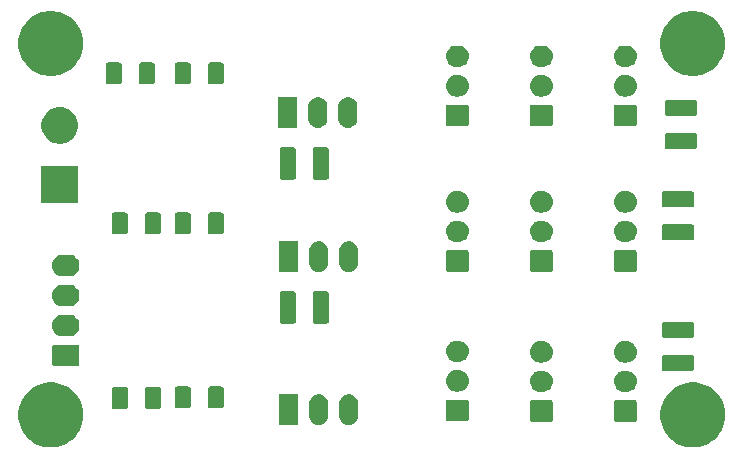
<source format=gbr>
G04 #@! TF.GenerationSoftware,KiCad,Pcbnew,5.1.2-f72e74a~84~ubuntu18.04.1*
G04 #@! TF.CreationDate,2019-07-19T22:50:41+02:00*
G04 #@! TF.ProjectId,Axiface,41786966-6163-4652-9e6b-696361645f70,rev?*
G04 #@! TF.SameCoordinates,Original*
G04 #@! TF.FileFunction,Soldermask,Top*
G04 #@! TF.FilePolarity,Negative*
%FSLAX46Y46*%
G04 Gerber Fmt 4.6, Leading zero omitted, Abs format (unit mm)*
G04 Created by KiCad (PCBNEW 5.1.2-f72e74a~84~ubuntu18.04.1) date 2019-07-19 22:50:41*
%MOMM*%
%LPD*%
G04 APERTURE LIST*
%ADD10C,0.100000*%
G04 APERTURE END LIST*
D10*
G36*
X146545809Y-129589627D02*
G01*
X146852437Y-129650619D01*
X147353087Y-129857995D01*
X147489932Y-129949432D01*
X147803660Y-130159058D01*
X148186842Y-130542240D01*
X148347222Y-130782267D01*
X148487905Y-130992813D01*
X148695281Y-131493463D01*
X148727771Y-131656802D01*
X148752437Y-131780804D01*
X148801000Y-132024950D01*
X148801000Y-132566850D01*
X148695281Y-133098337D01*
X148487905Y-133598987D01*
X148367316Y-133779461D01*
X148186842Y-134049560D01*
X147803660Y-134432742D01*
X147533561Y-134613216D01*
X147353087Y-134733805D01*
X146852437Y-134941181D01*
X146586694Y-134994040D01*
X146320951Y-135046900D01*
X145779049Y-135046900D01*
X145513306Y-134994040D01*
X145247563Y-134941181D01*
X144746913Y-134733805D01*
X144566439Y-134613216D01*
X144296340Y-134432742D01*
X143913158Y-134049560D01*
X143732684Y-133779461D01*
X143612095Y-133598987D01*
X143404719Y-133098337D01*
X143299000Y-132566850D01*
X143299000Y-132024950D01*
X143347564Y-131780804D01*
X143372229Y-131656802D01*
X143404719Y-131493463D01*
X143612095Y-130992813D01*
X143752778Y-130782267D01*
X143913158Y-130542240D01*
X144296340Y-130159058D01*
X144610068Y-129949432D01*
X144746913Y-129857995D01*
X145247563Y-129650619D01*
X145554191Y-129589627D01*
X145779049Y-129544900D01*
X146320951Y-129544900D01*
X146545809Y-129589627D01*
X146545809Y-129589627D01*
G37*
G36*
X92189809Y-129589627D02*
G01*
X92496437Y-129650619D01*
X92997087Y-129857995D01*
X93133932Y-129949432D01*
X93447660Y-130159058D01*
X93830842Y-130542240D01*
X93991222Y-130782267D01*
X94131905Y-130992813D01*
X94339281Y-131493463D01*
X94371771Y-131656802D01*
X94396437Y-131780804D01*
X94445000Y-132024950D01*
X94445000Y-132566850D01*
X94339281Y-133098337D01*
X94131905Y-133598987D01*
X94011316Y-133779461D01*
X93830842Y-134049560D01*
X93447660Y-134432742D01*
X93177561Y-134613216D01*
X92997087Y-134733805D01*
X92496437Y-134941181D01*
X92230694Y-134994040D01*
X91964951Y-135046900D01*
X91423049Y-135046900D01*
X91157306Y-134994040D01*
X90891563Y-134941181D01*
X90390913Y-134733805D01*
X90210439Y-134613216D01*
X89940340Y-134432742D01*
X89557158Y-134049560D01*
X89376684Y-133779461D01*
X89256095Y-133598987D01*
X89048719Y-133098337D01*
X88943000Y-132566850D01*
X88943000Y-132024950D01*
X88991564Y-131780804D01*
X89016229Y-131656802D01*
X89048719Y-131493463D01*
X89256095Y-130992813D01*
X89396778Y-130782267D01*
X89557158Y-130542240D01*
X89940340Y-130159058D01*
X90254068Y-129949432D01*
X90390913Y-129857995D01*
X90891563Y-129650619D01*
X91198191Y-129589627D01*
X91423049Y-129544900D01*
X91964951Y-129544900D01*
X92189809Y-129589627D01*
X92189809Y-129589627D01*
G37*
G36*
X114533222Y-130561990D02*
G01*
X114633881Y-130592525D01*
X114684212Y-130607792D01*
X114823364Y-130682171D01*
X114945333Y-130782267D01*
X115045429Y-130904235D01*
X115119808Y-131043387D01*
X115123965Y-131057092D01*
X115165610Y-131194377D01*
X115177200Y-131312055D01*
X115177200Y-132390745D01*
X115165610Y-132508423D01*
X115153301Y-132549000D01*
X115119808Y-132659413D01*
X115045429Y-132798565D01*
X114945333Y-132920533D01*
X114823365Y-133020629D01*
X114684213Y-133095008D01*
X114633882Y-133110275D01*
X114533223Y-133140810D01*
X114376200Y-133156275D01*
X114219178Y-133140810D01*
X114118519Y-133110275D01*
X114068188Y-133095008D01*
X113929036Y-133020629D01*
X113807068Y-132920533D01*
X113706972Y-132798565D01*
X113632593Y-132659413D01*
X113599100Y-132549000D01*
X113586791Y-132508423D01*
X113575201Y-132390745D01*
X113575200Y-131312056D01*
X113586790Y-131194378D01*
X113632592Y-131043389D01*
X113632592Y-131043388D01*
X113706971Y-130904236D01*
X113706972Y-130904235D01*
X113807067Y-130782267D01*
X113929035Y-130682171D01*
X114068187Y-130607792D01*
X114118518Y-130592525D01*
X114219177Y-130561990D01*
X114376200Y-130546525D01*
X114533222Y-130561990D01*
X114533222Y-130561990D01*
G37*
G36*
X117073222Y-130561990D02*
G01*
X117173881Y-130592525D01*
X117224212Y-130607792D01*
X117363364Y-130682171D01*
X117485333Y-130782267D01*
X117585429Y-130904235D01*
X117659808Y-131043387D01*
X117663965Y-131057092D01*
X117705610Y-131194377D01*
X117717200Y-131312055D01*
X117717200Y-132390745D01*
X117705610Y-132508423D01*
X117693301Y-132549000D01*
X117659808Y-132659413D01*
X117585429Y-132798565D01*
X117485333Y-132920533D01*
X117363365Y-133020629D01*
X117224213Y-133095008D01*
X117173882Y-133110275D01*
X117073223Y-133140810D01*
X116916200Y-133156275D01*
X116759178Y-133140810D01*
X116658519Y-133110275D01*
X116608188Y-133095008D01*
X116469036Y-133020629D01*
X116347068Y-132920533D01*
X116246972Y-132798565D01*
X116172593Y-132659413D01*
X116139100Y-132549000D01*
X116126791Y-132508423D01*
X116115201Y-132390745D01*
X116115200Y-131312056D01*
X116126790Y-131194378D01*
X116172592Y-131043389D01*
X116172592Y-131043388D01*
X116246971Y-130904236D01*
X116246972Y-130904235D01*
X116347067Y-130782267D01*
X116469035Y-130682171D01*
X116608187Y-130607792D01*
X116658518Y-130592525D01*
X116759177Y-130561990D01*
X116916200Y-130546525D01*
X117073222Y-130561990D01*
X117073222Y-130561990D01*
G37*
G36*
X112637200Y-133152400D02*
G01*
X111035200Y-133152400D01*
X111035200Y-130550400D01*
X112637200Y-130550400D01*
X112637200Y-133152400D01*
X112637200Y-133152400D01*
G37*
G36*
X141168600Y-131055989D02*
G01*
X141201652Y-131066015D01*
X141232103Y-131082292D01*
X141258799Y-131104201D01*
X141280708Y-131130897D01*
X141296985Y-131161348D01*
X141307011Y-131194400D01*
X141311000Y-131234903D01*
X141311000Y-132671097D01*
X141307011Y-132711600D01*
X141296985Y-132744652D01*
X141280708Y-132775103D01*
X141258799Y-132801799D01*
X141232103Y-132823708D01*
X141201652Y-132839985D01*
X141168600Y-132850011D01*
X141128097Y-132854000D01*
X139541903Y-132854000D01*
X139501400Y-132850011D01*
X139468348Y-132839985D01*
X139437897Y-132823708D01*
X139411201Y-132801799D01*
X139389292Y-132775103D01*
X139373015Y-132744652D01*
X139362989Y-132711600D01*
X139359000Y-132671097D01*
X139359000Y-131234903D01*
X139362989Y-131194400D01*
X139373015Y-131161348D01*
X139389292Y-131130897D01*
X139411201Y-131104201D01*
X139437897Y-131082292D01*
X139468348Y-131066015D01*
X139501400Y-131055989D01*
X139541903Y-131052000D01*
X141128097Y-131052000D01*
X141168600Y-131055989D01*
X141168600Y-131055989D01*
G37*
G36*
X134056600Y-131055989D02*
G01*
X134089652Y-131066015D01*
X134120103Y-131082292D01*
X134146799Y-131104201D01*
X134168708Y-131130897D01*
X134184985Y-131161348D01*
X134195011Y-131194400D01*
X134199000Y-131234903D01*
X134199000Y-132671097D01*
X134195011Y-132711600D01*
X134184985Y-132744652D01*
X134168708Y-132775103D01*
X134146799Y-132801799D01*
X134120103Y-132823708D01*
X134089652Y-132839985D01*
X134056600Y-132850011D01*
X134016097Y-132854000D01*
X132429903Y-132854000D01*
X132389400Y-132850011D01*
X132356348Y-132839985D01*
X132325897Y-132823708D01*
X132299201Y-132801799D01*
X132277292Y-132775103D01*
X132261015Y-132744652D01*
X132250989Y-132711600D01*
X132247000Y-132671097D01*
X132247000Y-131234903D01*
X132250989Y-131194400D01*
X132261015Y-131161348D01*
X132277292Y-131130897D01*
X132299201Y-131104201D01*
X132325897Y-131082292D01*
X132356348Y-131066015D01*
X132389400Y-131055989D01*
X132429903Y-131052000D01*
X134016097Y-131052000D01*
X134056600Y-131055989D01*
X134056600Y-131055989D01*
G37*
G36*
X126944600Y-131015989D02*
G01*
X126977652Y-131026015D01*
X127008103Y-131042292D01*
X127034799Y-131064201D01*
X127056708Y-131090897D01*
X127072985Y-131121348D01*
X127083011Y-131154400D01*
X127087000Y-131194903D01*
X127087000Y-132631097D01*
X127083011Y-132671600D01*
X127072985Y-132704652D01*
X127056708Y-132735103D01*
X127034799Y-132761799D01*
X127008103Y-132783708D01*
X126977652Y-132799985D01*
X126944600Y-132810011D01*
X126904097Y-132814000D01*
X125317903Y-132814000D01*
X125277400Y-132810011D01*
X125244348Y-132799985D01*
X125213897Y-132783708D01*
X125187201Y-132761799D01*
X125165292Y-132735103D01*
X125149015Y-132704652D01*
X125138989Y-132671600D01*
X125135000Y-132631097D01*
X125135000Y-131194903D01*
X125138989Y-131154400D01*
X125149015Y-131121348D01*
X125165292Y-131090897D01*
X125187201Y-131064201D01*
X125213897Y-131042292D01*
X125244348Y-131026015D01*
X125277400Y-131015989D01*
X125317903Y-131012000D01*
X126904097Y-131012000D01*
X126944600Y-131015989D01*
X126944600Y-131015989D01*
G37*
G36*
X100854604Y-129938347D02*
G01*
X100891144Y-129949432D01*
X100924821Y-129967433D01*
X100954341Y-129991659D01*
X100978567Y-130021179D01*
X100996568Y-130054856D01*
X101007653Y-130091396D01*
X101012000Y-130135538D01*
X101012000Y-131584462D01*
X101007653Y-131628604D01*
X100996568Y-131665144D01*
X100978567Y-131698821D01*
X100954341Y-131728341D01*
X100924821Y-131752567D01*
X100891144Y-131770568D01*
X100854604Y-131781653D01*
X100810462Y-131786000D01*
X99861538Y-131786000D01*
X99817396Y-131781653D01*
X99780856Y-131770568D01*
X99747179Y-131752567D01*
X99717659Y-131728341D01*
X99693433Y-131698821D01*
X99675432Y-131665144D01*
X99664347Y-131628604D01*
X99660000Y-131584462D01*
X99660000Y-130135538D01*
X99664347Y-130091396D01*
X99675432Y-130054856D01*
X99693433Y-130021179D01*
X99717659Y-129991659D01*
X99747179Y-129967433D01*
X99780856Y-129949432D01*
X99817396Y-129938347D01*
X99861538Y-129934000D01*
X100810462Y-129934000D01*
X100854604Y-129938347D01*
X100854604Y-129938347D01*
G37*
G36*
X98054604Y-129938347D02*
G01*
X98091144Y-129949432D01*
X98124821Y-129967433D01*
X98154341Y-129991659D01*
X98178567Y-130021179D01*
X98196568Y-130054856D01*
X98207653Y-130091396D01*
X98212000Y-130135538D01*
X98212000Y-131584462D01*
X98207653Y-131628604D01*
X98196568Y-131665144D01*
X98178567Y-131698821D01*
X98154341Y-131728341D01*
X98124821Y-131752567D01*
X98091144Y-131770568D01*
X98054604Y-131781653D01*
X98010462Y-131786000D01*
X97061538Y-131786000D01*
X97017396Y-131781653D01*
X96980856Y-131770568D01*
X96947179Y-131752567D01*
X96917659Y-131728341D01*
X96893433Y-131698821D01*
X96875432Y-131665144D01*
X96864347Y-131628604D01*
X96860000Y-131584462D01*
X96860000Y-130135538D01*
X96864347Y-130091396D01*
X96875432Y-130054856D01*
X96893433Y-130021179D01*
X96917659Y-129991659D01*
X96947179Y-129967433D01*
X96980856Y-129949432D01*
X97017396Y-129938347D01*
X97061538Y-129934000D01*
X98010462Y-129934000D01*
X98054604Y-129938347D01*
X98054604Y-129938347D01*
G37*
G36*
X103388604Y-129888347D02*
G01*
X103425144Y-129899432D01*
X103458821Y-129917433D01*
X103488341Y-129941659D01*
X103512567Y-129971179D01*
X103530568Y-130004856D01*
X103541653Y-130041396D01*
X103546000Y-130085538D01*
X103546000Y-131534462D01*
X103541653Y-131578604D01*
X103530568Y-131615144D01*
X103512567Y-131648821D01*
X103488341Y-131678341D01*
X103458821Y-131702567D01*
X103425144Y-131720568D01*
X103388604Y-131731653D01*
X103344462Y-131736000D01*
X102395538Y-131736000D01*
X102351396Y-131731653D01*
X102314856Y-131720568D01*
X102281179Y-131702567D01*
X102251659Y-131678341D01*
X102227433Y-131648821D01*
X102209432Y-131615144D01*
X102198347Y-131578604D01*
X102194000Y-131534462D01*
X102194000Y-130085538D01*
X102198347Y-130041396D01*
X102209432Y-130004856D01*
X102227433Y-129971179D01*
X102251659Y-129941659D01*
X102281179Y-129917433D01*
X102314856Y-129899432D01*
X102351396Y-129888347D01*
X102395538Y-129884000D01*
X103344462Y-129884000D01*
X103388604Y-129888347D01*
X103388604Y-129888347D01*
G37*
G36*
X106188604Y-129888347D02*
G01*
X106225144Y-129899432D01*
X106258821Y-129917433D01*
X106288341Y-129941659D01*
X106312567Y-129971179D01*
X106330568Y-130004856D01*
X106341653Y-130041396D01*
X106346000Y-130085538D01*
X106346000Y-131534462D01*
X106341653Y-131578604D01*
X106330568Y-131615144D01*
X106312567Y-131648821D01*
X106288341Y-131678341D01*
X106258821Y-131702567D01*
X106225144Y-131720568D01*
X106188604Y-131731653D01*
X106144462Y-131736000D01*
X105195538Y-131736000D01*
X105151396Y-131731653D01*
X105114856Y-131720568D01*
X105081179Y-131702567D01*
X105051659Y-131678341D01*
X105027433Y-131648821D01*
X105009432Y-131615144D01*
X104998347Y-131578604D01*
X104994000Y-131534462D01*
X104994000Y-130085538D01*
X104998347Y-130041396D01*
X105009432Y-130004856D01*
X105027433Y-129971179D01*
X105051659Y-129941659D01*
X105081179Y-129917433D01*
X105114856Y-129899432D01*
X105151396Y-129888347D01*
X105195538Y-129884000D01*
X106144462Y-129884000D01*
X106188604Y-129888347D01*
X106188604Y-129888347D01*
G37*
G36*
X133408443Y-128558519D02*
G01*
X133474627Y-128565037D01*
X133644466Y-128616557D01*
X133800991Y-128700222D01*
X133836729Y-128729552D01*
X133938186Y-128812814D01*
X134017951Y-128910009D01*
X134050778Y-128950009D01*
X134134443Y-129106534D01*
X134185963Y-129276373D01*
X134203359Y-129453000D01*
X134185963Y-129629627D01*
X134134443Y-129799466D01*
X134050778Y-129955991D01*
X134038313Y-129971179D01*
X133938186Y-130093186D01*
X133857918Y-130159059D01*
X133800991Y-130205778D01*
X133644466Y-130289443D01*
X133474627Y-130340963D01*
X133408443Y-130347481D01*
X133342260Y-130354000D01*
X133103740Y-130354000D01*
X133037557Y-130347481D01*
X132971373Y-130340963D01*
X132801534Y-130289443D01*
X132645009Y-130205778D01*
X132588082Y-130159059D01*
X132507814Y-130093186D01*
X132407687Y-129971179D01*
X132395222Y-129955991D01*
X132311557Y-129799466D01*
X132260037Y-129629627D01*
X132242641Y-129453000D01*
X132260037Y-129276373D01*
X132311557Y-129106534D01*
X132395222Y-128950009D01*
X132428049Y-128910009D01*
X132507814Y-128812814D01*
X132609271Y-128729552D01*
X132645009Y-128700222D01*
X132801534Y-128616557D01*
X132971373Y-128565037D01*
X133037557Y-128558519D01*
X133103740Y-128552000D01*
X133342260Y-128552000D01*
X133408443Y-128558519D01*
X133408443Y-128558519D01*
G37*
G36*
X140520443Y-128558519D02*
G01*
X140586627Y-128565037D01*
X140756466Y-128616557D01*
X140912991Y-128700222D01*
X140948729Y-128729552D01*
X141050186Y-128812814D01*
X141129951Y-128910009D01*
X141162778Y-128950009D01*
X141246443Y-129106534D01*
X141297963Y-129276373D01*
X141315359Y-129453000D01*
X141297963Y-129629627D01*
X141246443Y-129799466D01*
X141162778Y-129955991D01*
X141150313Y-129971179D01*
X141050186Y-130093186D01*
X140969918Y-130159059D01*
X140912991Y-130205778D01*
X140756466Y-130289443D01*
X140586627Y-130340963D01*
X140520443Y-130347481D01*
X140454260Y-130354000D01*
X140215740Y-130354000D01*
X140149557Y-130347481D01*
X140083373Y-130340963D01*
X139913534Y-130289443D01*
X139757009Y-130205778D01*
X139700082Y-130159059D01*
X139619814Y-130093186D01*
X139519687Y-129971179D01*
X139507222Y-129955991D01*
X139423557Y-129799466D01*
X139372037Y-129629627D01*
X139354641Y-129453000D01*
X139372037Y-129276373D01*
X139423557Y-129106534D01*
X139507222Y-128950009D01*
X139540049Y-128910009D01*
X139619814Y-128812814D01*
X139721271Y-128729552D01*
X139757009Y-128700222D01*
X139913534Y-128616557D01*
X140083373Y-128565037D01*
X140149557Y-128558519D01*
X140215740Y-128552000D01*
X140454260Y-128552000D01*
X140520443Y-128558519D01*
X140520443Y-128558519D01*
G37*
G36*
X126296442Y-128518518D02*
G01*
X126362627Y-128525037D01*
X126532466Y-128576557D01*
X126688991Y-128660222D01*
X126724729Y-128689552D01*
X126826186Y-128772814D01*
X126909448Y-128874271D01*
X126938778Y-128910009D01*
X127022443Y-129066534D01*
X127073963Y-129236373D01*
X127091359Y-129413000D01*
X127073963Y-129589627D01*
X127022443Y-129759466D01*
X126938778Y-129915991D01*
X126911333Y-129949432D01*
X126826186Y-130053186D01*
X126725838Y-130135538D01*
X126688991Y-130165778D01*
X126532466Y-130249443D01*
X126362627Y-130300963D01*
X126296442Y-130307482D01*
X126230260Y-130314000D01*
X125991740Y-130314000D01*
X125925558Y-130307482D01*
X125859373Y-130300963D01*
X125689534Y-130249443D01*
X125533009Y-130165778D01*
X125496162Y-130135538D01*
X125395814Y-130053186D01*
X125310667Y-129949432D01*
X125283222Y-129915991D01*
X125199557Y-129759466D01*
X125148037Y-129589627D01*
X125130641Y-129413000D01*
X125148037Y-129236373D01*
X125199557Y-129066534D01*
X125283222Y-128910009D01*
X125312552Y-128874271D01*
X125395814Y-128772814D01*
X125497271Y-128689552D01*
X125533009Y-128660222D01*
X125689534Y-128576557D01*
X125859373Y-128525037D01*
X125925558Y-128518518D01*
X125991740Y-128512000D01*
X126230260Y-128512000D01*
X126296442Y-128518518D01*
X126296442Y-128518518D01*
G37*
G36*
X145998604Y-127220347D02*
G01*
X146035144Y-127231432D01*
X146068821Y-127249433D01*
X146098341Y-127273659D01*
X146122567Y-127303179D01*
X146140568Y-127336856D01*
X146151653Y-127373396D01*
X146156000Y-127417538D01*
X146156000Y-128366462D01*
X146151653Y-128410604D01*
X146140568Y-128447144D01*
X146122567Y-128480821D01*
X146098341Y-128510341D01*
X146068821Y-128534567D01*
X146035144Y-128552568D01*
X145998604Y-128563653D01*
X145954462Y-128568000D01*
X143605538Y-128568000D01*
X143561396Y-128563653D01*
X143524856Y-128552568D01*
X143491179Y-128534567D01*
X143461659Y-128510341D01*
X143437433Y-128480821D01*
X143419432Y-128447144D01*
X143408347Y-128410604D01*
X143404000Y-128366462D01*
X143404000Y-127417538D01*
X143408347Y-127373396D01*
X143419432Y-127336856D01*
X143437433Y-127303179D01*
X143461659Y-127273659D01*
X143491179Y-127249433D01*
X143524856Y-127231432D01*
X143561396Y-127220347D01*
X143605538Y-127216000D01*
X145954462Y-127216000D01*
X145998604Y-127220347D01*
X145998604Y-127220347D01*
G37*
G36*
X93973561Y-126336966D02*
G01*
X94006383Y-126346923D01*
X94036632Y-126363092D01*
X94063148Y-126384852D01*
X94084908Y-126411368D01*
X94101077Y-126441617D01*
X94111034Y-126474439D01*
X94115000Y-126514713D01*
X94115000Y-127993287D01*
X94111034Y-128033561D01*
X94101077Y-128066383D01*
X94084908Y-128096632D01*
X94063148Y-128123148D01*
X94036632Y-128144908D01*
X94006383Y-128161077D01*
X93973561Y-128171034D01*
X93933287Y-128175000D01*
X91994713Y-128175000D01*
X91954439Y-128171034D01*
X91921617Y-128161077D01*
X91891368Y-128144908D01*
X91864852Y-128123148D01*
X91843092Y-128096632D01*
X91826923Y-128066383D01*
X91816966Y-128033561D01*
X91813000Y-127993287D01*
X91813000Y-126514713D01*
X91816966Y-126474439D01*
X91826923Y-126441617D01*
X91843092Y-126411368D01*
X91864852Y-126384852D01*
X91891368Y-126363092D01*
X91921617Y-126346923D01*
X91954439Y-126336966D01*
X91994713Y-126333000D01*
X93933287Y-126333000D01*
X93973561Y-126336966D01*
X93973561Y-126336966D01*
G37*
G36*
X133408443Y-126058519D02*
G01*
X133474627Y-126065037D01*
X133644466Y-126116557D01*
X133800991Y-126200222D01*
X133836729Y-126229552D01*
X133938186Y-126312814D01*
X133979447Y-126363092D01*
X134050778Y-126450009D01*
X134134443Y-126606534D01*
X134185963Y-126776373D01*
X134203359Y-126953000D01*
X134185963Y-127129627D01*
X134134443Y-127299466D01*
X134134442Y-127299468D01*
X134094926Y-127373396D01*
X134050778Y-127455991D01*
X134025822Y-127486400D01*
X133938186Y-127593186D01*
X133849731Y-127665778D01*
X133800991Y-127705778D01*
X133644466Y-127789443D01*
X133474627Y-127840963D01*
X133408442Y-127847482D01*
X133342260Y-127854000D01*
X133103740Y-127854000D01*
X133037558Y-127847482D01*
X132971373Y-127840963D01*
X132801534Y-127789443D01*
X132645009Y-127705778D01*
X132596269Y-127665778D01*
X132507814Y-127593186D01*
X132420178Y-127486400D01*
X132395222Y-127455991D01*
X132351074Y-127373396D01*
X132311558Y-127299468D01*
X132311557Y-127299466D01*
X132260037Y-127129627D01*
X132242641Y-126953000D01*
X132260037Y-126776373D01*
X132311557Y-126606534D01*
X132395222Y-126450009D01*
X132466553Y-126363092D01*
X132507814Y-126312814D01*
X132609271Y-126229552D01*
X132645009Y-126200222D01*
X132801534Y-126116557D01*
X132971373Y-126065037D01*
X133037557Y-126058519D01*
X133103740Y-126052000D01*
X133342260Y-126052000D01*
X133408443Y-126058519D01*
X133408443Y-126058519D01*
G37*
G36*
X140520443Y-126058519D02*
G01*
X140586627Y-126065037D01*
X140756466Y-126116557D01*
X140912991Y-126200222D01*
X140948729Y-126229552D01*
X141050186Y-126312814D01*
X141091447Y-126363092D01*
X141162778Y-126450009D01*
X141246443Y-126606534D01*
X141297963Y-126776373D01*
X141315359Y-126953000D01*
X141297963Y-127129627D01*
X141246443Y-127299466D01*
X141246442Y-127299468D01*
X141206926Y-127373396D01*
X141162778Y-127455991D01*
X141137822Y-127486400D01*
X141050186Y-127593186D01*
X140961731Y-127665778D01*
X140912991Y-127705778D01*
X140756466Y-127789443D01*
X140586627Y-127840963D01*
X140520442Y-127847482D01*
X140454260Y-127854000D01*
X140215740Y-127854000D01*
X140149558Y-127847482D01*
X140083373Y-127840963D01*
X139913534Y-127789443D01*
X139757009Y-127705778D01*
X139708269Y-127665778D01*
X139619814Y-127593186D01*
X139532178Y-127486400D01*
X139507222Y-127455991D01*
X139463074Y-127373396D01*
X139423558Y-127299468D01*
X139423557Y-127299466D01*
X139372037Y-127129627D01*
X139354641Y-126953000D01*
X139372037Y-126776373D01*
X139423557Y-126606534D01*
X139507222Y-126450009D01*
X139578553Y-126363092D01*
X139619814Y-126312814D01*
X139721271Y-126229552D01*
X139757009Y-126200222D01*
X139913534Y-126116557D01*
X140083373Y-126065037D01*
X140149557Y-126058519D01*
X140215740Y-126052000D01*
X140454260Y-126052000D01*
X140520443Y-126058519D01*
X140520443Y-126058519D01*
G37*
G36*
X126296442Y-126018518D02*
G01*
X126362627Y-126025037D01*
X126532466Y-126076557D01*
X126688991Y-126160222D01*
X126724729Y-126189552D01*
X126826186Y-126272814D01*
X126900274Y-126363092D01*
X126938778Y-126410009D01*
X127022443Y-126566534D01*
X127073963Y-126736373D01*
X127091359Y-126913000D01*
X127073963Y-127089627D01*
X127022443Y-127259466D01*
X126938778Y-127415991D01*
X126937508Y-127417538D01*
X126826186Y-127553186D01*
X126724729Y-127636448D01*
X126688991Y-127665778D01*
X126532466Y-127749443D01*
X126362627Y-127800963D01*
X126296443Y-127807481D01*
X126230260Y-127814000D01*
X125991740Y-127814000D01*
X125925557Y-127807481D01*
X125859373Y-127800963D01*
X125689534Y-127749443D01*
X125533009Y-127665778D01*
X125497271Y-127636448D01*
X125395814Y-127553186D01*
X125284492Y-127417538D01*
X125283222Y-127415991D01*
X125199557Y-127259466D01*
X125148037Y-127089627D01*
X125130641Y-126913000D01*
X125148037Y-126736373D01*
X125199557Y-126566534D01*
X125283222Y-126410009D01*
X125321726Y-126363092D01*
X125395814Y-126272814D01*
X125497271Y-126189552D01*
X125533009Y-126160222D01*
X125689534Y-126076557D01*
X125859373Y-126025037D01*
X125925558Y-126018518D01*
X125991740Y-126012000D01*
X126230260Y-126012000D01*
X126296442Y-126018518D01*
X126296442Y-126018518D01*
G37*
G36*
X145998604Y-124420347D02*
G01*
X146035144Y-124431432D01*
X146068821Y-124449433D01*
X146098341Y-124473659D01*
X146122567Y-124503179D01*
X146140568Y-124536856D01*
X146151653Y-124573396D01*
X146156000Y-124617538D01*
X146156000Y-125566462D01*
X146151653Y-125610604D01*
X146140568Y-125647144D01*
X146122567Y-125680821D01*
X146098341Y-125710341D01*
X146068821Y-125734567D01*
X146035144Y-125752568D01*
X145998604Y-125763653D01*
X145954462Y-125768000D01*
X143605538Y-125768000D01*
X143561396Y-125763653D01*
X143524856Y-125752568D01*
X143491179Y-125734567D01*
X143461659Y-125710341D01*
X143437433Y-125680821D01*
X143419432Y-125647144D01*
X143408347Y-125610604D01*
X143404000Y-125566462D01*
X143404000Y-124617538D01*
X143408347Y-124573396D01*
X143419432Y-124536856D01*
X143437433Y-124503179D01*
X143461659Y-124473659D01*
X143491179Y-124449433D01*
X143524856Y-124431432D01*
X143561396Y-124420347D01*
X143605538Y-124416000D01*
X145954462Y-124416000D01*
X145998604Y-124420347D01*
X145998604Y-124420347D01*
G37*
G36*
X93284345Y-123797442D02*
G01*
X93374548Y-123806326D01*
X93548157Y-123858990D01*
X93708156Y-123944511D01*
X93751729Y-123980271D01*
X93848397Y-124059603D01*
X93927729Y-124156271D01*
X93963489Y-124199844D01*
X94049010Y-124359843D01*
X94101674Y-124533452D01*
X94119456Y-124714000D01*
X94101674Y-124894548D01*
X94049010Y-125068157D01*
X93963489Y-125228156D01*
X93927729Y-125271729D01*
X93848397Y-125368397D01*
X93751729Y-125447729D01*
X93708156Y-125483489D01*
X93548157Y-125569010D01*
X93374548Y-125621674D01*
X93284345Y-125630558D01*
X93239245Y-125635000D01*
X92688755Y-125635000D01*
X92643655Y-125630558D01*
X92553452Y-125621674D01*
X92379843Y-125569010D01*
X92219844Y-125483489D01*
X92176271Y-125447729D01*
X92079603Y-125368397D01*
X92000271Y-125271729D01*
X91964511Y-125228156D01*
X91878990Y-125068157D01*
X91826326Y-124894548D01*
X91808544Y-124714000D01*
X91826326Y-124533452D01*
X91878990Y-124359843D01*
X91964511Y-124199844D01*
X92000271Y-124156271D01*
X92079603Y-124059603D01*
X92176271Y-123980271D01*
X92219844Y-123944511D01*
X92379843Y-123858990D01*
X92553452Y-123806326D01*
X92643655Y-123797442D01*
X92688755Y-123793000D01*
X93239245Y-123793000D01*
X93284345Y-123797442D01*
X93284345Y-123797442D01*
G37*
G36*
X115078604Y-121818347D02*
G01*
X115115144Y-121829432D01*
X115148821Y-121847433D01*
X115178341Y-121871659D01*
X115202567Y-121901179D01*
X115220568Y-121934856D01*
X115231653Y-121971396D01*
X115236000Y-122015538D01*
X115236000Y-124364462D01*
X115231653Y-124408604D01*
X115220568Y-124445144D01*
X115202567Y-124478821D01*
X115178341Y-124508341D01*
X115148821Y-124532567D01*
X115115144Y-124550568D01*
X115078604Y-124561653D01*
X115034462Y-124566000D01*
X114085538Y-124566000D01*
X114041396Y-124561653D01*
X114004856Y-124550568D01*
X113971179Y-124532567D01*
X113941659Y-124508341D01*
X113917433Y-124478821D01*
X113899432Y-124445144D01*
X113888347Y-124408604D01*
X113884000Y-124364462D01*
X113884000Y-122015538D01*
X113888347Y-121971396D01*
X113899432Y-121934856D01*
X113917433Y-121901179D01*
X113941659Y-121871659D01*
X113971179Y-121847433D01*
X114004856Y-121829432D01*
X114041396Y-121818347D01*
X114085538Y-121814000D01*
X115034462Y-121814000D01*
X115078604Y-121818347D01*
X115078604Y-121818347D01*
G37*
G36*
X112278604Y-121818347D02*
G01*
X112315144Y-121829432D01*
X112348821Y-121847433D01*
X112378341Y-121871659D01*
X112402567Y-121901179D01*
X112420568Y-121934856D01*
X112431653Y-121971396D01*
X112436000Y-122015538D01*
X112436000Y-124364462D01*
X112431653Y-124408604D01*
X112420568Y-124445144D01*
X112402567Y-124478821D01*
X112378341Y-124508341D01*
X112348821Y-124532567D01*
X112315144Y-124550568D01*
X112278604Y-124561653D01*
X112234462Y-124566000D01*
X111285538Y-124566000D01*
X111241396Y-124561653D01*
X111204856Y-124550568D01*
X111171179Y-124532567D01*
X111141659Y-124508341D01*
X111117433Y-124478821D01*
X111099432Y-124445144D01*
X111088347Y-124408604D01*
X111084000Y-124364462D01*
X111084000Y-122015538D01*
X111088347Y-121971396D01*
X111099432Y-121934856D01*
X111117433Y-121901179D01*
X111141659Y-121871659D01*
X111171179Y-121847433D01*
X111204856Y-121829432D01*
X111241396Y-121818347D01*
X111285538Y-121814000D01*
X112234462Y-121814000D01*
X112278604Y-121818347D01*
X112278604Y-121818347D01*
G37*
G36*
X93284345Y-121257442D02*
G01*
X93374548Y-121266326D01*
X93548157Y-121318990D01*
X93708156Y-121404511D01*
X93751729Y-121440271D01*
X93848397Y-121519603D01*
X93927729Y-121616271D01*
X93963489Y-121659844D01*
X94049010Y-121819843D01*
X94101674Y-121993452D01*
X94119456Y-122174000D01*
X94101674Y-122354548D01*
X94049010Y-122528157D01*
X93963489Y-122688156D01*
X93927729Y-122731729D01*
X93848397Y-122828397D01*
X93751729Y-122907729D01*
X93708156Y-122943489D01*
X93548157Y-123029010D01*
X93374548Y-123081674D01*
X93284345Y-123090558D01*
X93239245Y-123095000D01*
X92688755Y-123095000D01*
X92643655Y-123090558D01*
X92553452Y-123081674D01*
X92379843Y-123029010D01*
X92219844Y-122943489D01*
X92176271Y-122907729D01*
X92079603Y-122828397D01*
X92000271Y-122731729D01*
X91964511Y-122688156D01*
X91878990Y-122528157D01*
X91826326Y-122354548D01*
X91808544Y-122174000D01*
X91826326Y-121993452D01*
X91878990Y-121819843D01*
X91964511Y-121659844D01*
X92000271Y-121616271D01*
X92079603Y-121519603D01*
X92176271Y-121440271D01*
X92219844Y-121404511D01*
X92379843Y-121318990D01*
X92553452Y-121266326D01*
X92643655Y-121257442D01*
X92688755Y-121253000D01*
X93239245Y-121253000D01*
X93284345Y-121257442D01*
X93284345Y-121257442D01*
G37*
G36*
X93284345Y-118717442D02*
G01*
X93374548Y-118726326D01*
X93548157Y-118778990D01*
X93708156Y-118864511D01*
X93751729Y-118900271D01*
X93848397Y-118979603D01*
X93927729Y-119076271D01*
X93963489Y-119119844D01*
X94049010Y-119279843D01*
X94101674Y-119453452D01*
X94119456Y-119634000D01*
X94101674Y-119814548D01*
X94049010Y-119988157D01*
X93963489Y-120148156D01*
X93931766Y-120186810D01*
X93848397Y-120288397D01*
X93751729Y-120367729D01*
X93708156Y-120403489D01*
X93548157Y-120489010D01*
X93374548Y-120541674D01*
X93284345Y-120550558D01*
X93239245Y-120555000D01*
X92688755Y-120555000D01*
X92643655Y-120550558D01*
X92553452Y-120541674D01*
X92379843Y-120489010D01*
X92219844Y-120403489D01*
X92176271Y-120367729D01*
X92079603Y-120288397D01*
X91996234Y-120186810D01*
X91964511Y-120148156D01*
X91878990Y-119988157D01*
X91826326Y-119814548D01*
X91808544Y-119634000D01*
X91826326Y-119453452D01*
X91878990Y-119279843D01*
X91964511Y-119119844D01*
X92000271Y-119076271D01*
X92079603Y-118979603D01*
X92176271Y-118900271D01*
X92219844Y-118864511D01*
X92379843Y-118778990D01*
X92553452Y-118726326D01*
X92643655Y-118717442D01*
X92688755Y-118713000D01*
X93239245Y-118713000D01*
X93284345Y-118717442D01*
X93284345Y-118717442D01*
G37*
G36*
X117073222Y-117607990D02*
G01*
X117173881Y-117638525D01*
X117224212Y-117653792D01*
X117363364Y-117728171D01*
X117485333Y-117828267D01*
X117585429Y-117950235D01*
X117659808Y-118089387D01*
X117675075Y-118139718D01*
X117705610Y-118240377D01*
X117717200Y-118358055D01*
X117717200Y-119436745D01*
X117705610Y-119554423D01*
X117675075Y-119655082D01*
X117659808Y-119705413D01*
X117585429Y-119844565D01*
X117485333Y-119966533D01*
X117363365Y-120066629D01*
X117224213Y-120141008D01*
X117194533Y-120150011D01*
X117073223Y-120186810D01*
X116916200Y-120202275D01*
X116759178Y-120186810D01*
X116637868Y-120150011D01*
X116608188Y-120141008D01*
X116469036Y-120066629D01*
X116347068Y-119966533D01*
X116246972Y-119844565D01*
X116172593Y-119705413D01*
X116157326Y-119655082D01*
X116126791Y-119554423D01*
X116115201Y-119436745D01*
X116115200Y-118358056D01*
X116115404Y-118355989D01*
X116126790Y-118240380D01*
X116126790Y-118240378D01*
X116172592Y-118089389D01*
X116172592Y-118089388D01*
X116246971Y-117950236D01*
X116246972Y-117950235D01*
X116347067Y-117828267D01*
X116469035Y-117728171D01*
X116608187Y-117653792D01*
X116658518Y-117638525D01*
X116759177Y-117607990D01*
X116916200Y-117592525D01*
X117073222Y-117607990D01*
X117073222Y-117607990D01*
G37*
G36*
X114533222Y-117607990D02*
G01*
X114633881Y-117638525D01*
X114684212Y-117653792D01*
X114823364Y-117728171D01*
X114945333Y-117828267D01*
X115045429Y-117950235D01*
X115119808Y-118089387D01*
X115135075Y-118139718D01*
X115165610Y-118240377D01*
X115177200Y-118358055D01*
X115177200Y-119436745D01*
X115165610Y-119554423D01*
X115135075Y-119655082D01*
X115119808Y-119705413D01*
X115045429Y-119844565D01*
X114945333Y-119966533D01*
X114823365Y-120066629D01*
X114684213Y-120141008D01*
X114654533Y-120150011D01*
X114533223Y-120186810D01*
X114376200Y-120202275D01*
X114219178Y-120186810D01*
X114097868Y-120150011D01*
X114068188Y-120141008D01*
X113929036Y-120066629D01*
X113807068Y-119966533D01*
X113706972Y-119844565D01*
X113632593Y-119705413D01*
X113617326Y-119655082D01*
X113586791Y-119554423D01*
X113575201Y-119436745D01*
X113575200Y-118358056D01*
X113575404Y-118355989D01*
X113586790Y-118240380D01*
X113586790Y-118240378D01*
X113632592Y-118089389D01*
X113632592Y-118089388D01*
X113706971Y-117950236D01*
X113706972Y-117950235D01*
X113807067Y-117828267D01*
X113929035Y-117728171D01*
X114068187Y-117653792D01*
X114118518Y-117638525D01*
X114219177Y-117607990D01*
X114376200Y-117592525D01*
X114533222Y-117607990D01*
X114533222Y-117607990D01*
G37*
G36*
X112637200Y-120198400D02*
G01*
X111035200Y-120198400D01*
X111035200Y-117596400D01*
X112637200Y-117596400D01*
X112637200Y-120198400D01*
X112637200Y-120198400D01*
G37*
G36*
X141168600Y-118355989D02*
G01*
X141201652Y-118366015D01*
X141232103Y-118382292D01*
X141258799Y-118404201D01*
X141280708Y-118430897D01*
X141296985Y-118461348D01*
X141307011Y-118494400D01*
X141311000Y-118534903D01*
X141311000Y-119971097D01*
X141307011Y-120011600D01*
X141296985Y-120044652D01*
X141280708Y-120075103D01*
X141258799Y-120101799D01*
X141232103Y-120123708D01*
X141201652Y-120139985D01*
X141168600Y-120150011D01*
X141128097Y-120154000D01*
X139541903Y-120154000D01*
X139501400Y-120150011D01*
X139468348Y-120139985D01*
X139437897Y-120123708D01*
X139411201Y-120101799D01*
X139389292Y-120075103D01*
X139373015Y-120044652D01*
X139362989Y-120011600D01*
X139359000Y-119971097D01*
X139359000Y-118534903D01*
X139362989Y-118494400D01*
X139373015Y-118461348D01*
X139389292Y-118430897D01*
X139411201Y-118404201D01*
X139437897Y-118382292D01*
X139468348Y-118366015D01*
X139501400Y-118355989D01*
X139541903Y-118352000D01*
X141128097Y-118352000D01*
X141168600Y-118355989D01*
X141168600Y-118355989D01*
G37*
G36*
X126944600Y-118355989D02*
G01*
X126977652Y-118366015D01*
X127008103Y-118382292D01*
X127034799Y-118404201D01*
X127056708Y-118430897D01*
X127072985Y-118461348D01*
X127083011Y-118494400D01*
X127087000Y-118534903D01*
X127087000Y-119971097D01*
X127083011Y-120011600D01*
X127072985Y-120044652D01*
X127056708Y-120075103D01*
X127034799Y-120101799D01*
X127008103Y-120123708D01*
X126977652Y-120139985D01*
X126944600Y-120150011D01*
X126904097Y-120154000D01*
X125317903Y-120154000D01*
X125277400Y-120150011D01*
X125244348Y-120139985D01*
X125213897Y-120123708D01*
X125187201Y-120101799D01*
X125165292Y-120075103D01*
X125149015Y-120044652D01*
X125138989Y-120011600D01*
X125135000Y-119971097D01*
X125135000Y-118534903D01*
X125138989Y-118494400D01*
X125149015Y-118461348D01*
X125165292Y-118430897D01*
X125187201Y-118404201D01*
X125213897Y-118382292D01*
X125244348Y-118366015D01*
X125277400Y-118355989D01*
X125317903Y-118352000D01*
X126904097Y-118352000D01*
X126944600Y-118355989D01*
X126944600Y-118355989D01*
G37*
G36*
X134056600Y-118355989D02*
G01*
X134089652Y-118366015D01*
X134120103Y-118382292D01*
X134146799Y-118404201D01*
X134168708Y-118430897D01*
X134184985Y-118461348D01*
X134195011Y-118494400D01*
X134199000Y-118534903D01*
X134199000Y-119971097D01*
X134195011Y-120011600D01*
X134184985Y-120044652D01*
X134168708Y-120075103D01*
X134146799Y-120101799D01*
X134120103Y-120123708D01*
X134089652Y-120139985D01*
X134056600Y-120150011D01*
X134016097Y-120154000D01*
X132429903Y-120154000D01*
X132389400Y-120150011D01*
X132356348Y-120139985D01*
X132325897Y-120123708D01*
X132299201Y-120101799D01*
X132277292Y-120075103D01*
X132261015Y-120044652D01*
X132250989Y-120011600D01*
X132247000Y-119971097D01*
X132247000Y-118534903D01*
X132250989Y-118494400D01*
X132261015Y-118461348D01*
X132277292Y-118430897D01*
X132299201Y-118404201D01*
X132325897Y-118382292D01*
X132356348Y-118366015D01*
X132389400Y-118355989D01*
X132429903Y-118352000D01*
X134016097Y-118352000D01*
X134056600Y-118355989D01*
X134056600Y-118355989D01*
G37*
G36*
X133408442Y-115858518D02*
G01*
X133474627Y-115865037D01*
X133644466Y-115916557D01*
X133800991Y-116000222D01*
X133836729Y-116029552D01*
X133938186Y-116112814D01*
X133992857Y-116179432D01*
X134050778Y-116250009D01*
X134134443Y-116406534D01*
X134185963Y-116576373D01*
X134203359Y-116753000D01*
X134185963Y-116929627D01*
X134134443Y-117099466D01*
X134050778Y-117255991D01*
X134021448Y-117291729D01*
X133938186Y-117393186D01*
X133858793Y-117458341D01*
X133800991Y-117505778D01*
X133644466Y-117589443D01*
X133474627Y-117640963D01*
X133408443Y-117647481D01*
X133342260Y-117654000D01*
X133103740Y-117654000D01*
X133037557Y-117647481D01*
X132971373Y-117640963D01*
X132801534Y-117589443D01*
X132645009Y-117505778D01*
X132587207Y-117458341D01*
X132507814Y-117393186D01*
X132424552Y-117291729D01*
X132395222Y-117255991D01*
X132311557Y-117099466D01*
X132260037Y-116929627D01*
X132242641Y-116753000D01*
X132260037Y-116576373D01*
X132311557Y-116406534D01*
X132395222Y-116250009D01*
X132453143Y-116179432D01*
X132507814Y-116112814D01*
X132609271Y-116029552D01*
X132645009Y-116000222D01*
X132801534Y-115916557D01*
X132971373Y-115865037D01*
X133037558Y-115858518D01*
X133103740Y-115852000D01*
X133342260Y-115852000D01*
X133408442Y-115858518D01*
X133408442Y-115858518D01*
G37*
G36*
X126296442Y-115858518D02*
G01*
X126362627Y-115865037D01*
X126532466Y-115916557D01*
X126688991Y-116000222D01*
X126724729Y-116029552D01*
X126826186Y-116112814D01*
X126880857Y-116179432D01*
X126938778Y-116250009D01*
X127022443Y-116406534D01*
X127073963Y-116576373D01*
X127091359Y-116753000D01*
X127073963Y-116929627D01*
X127022443Y-117099466D01*
X126938778Y-117255991D01*
X126909448Y-117291729D01*
X126826186Y-117393186D01*
X126746793Y-117458341D01*
X126688991Y-117505778D01*
X126532466Y-117589443D01*
X126362627Y-117640963D01*
X126296443Y-117647481D01*
X126230260Y-117654000D01*
X125991740Y-117654000D01*
X125925557Y-117647481D01*
X125859373Y-117640963D01*
X125689534Y-117589443D01*
X125533009Y-117505778D01*
X125475207Y-117458341D01*
X125395814Y-117393186D01*
X125312552Y-117291729D01*
X125283222Y-117255991D01*
X125199557Y-117099466D01*
X125148037Y-116929627D01*
X125130641Y-116753000D01*
X125148037Y-116576373D01*
X125199557Y-116406534D01*
X125283222Y-116250009D01*
X125341143Y-116179432D01*
X125395814Y-116112814D01*
X125497271Y-116029552D01*
X125533009Y-116000222D01*
X125689534Y-115916557D01*
X125859373Y-115865037D01*
X125925558Y-115858518D01*
X125991740Y-115852000D01*
X126230260Y-115852000D01*
X126296442Y-115858518D01*
X126296442Y-115858518D01*
G37*
G36*
X140520442Y-115858518D02*
G01*
X140586627Y-115865037D01*
X140756466Y-115916557D01*
X140912991Y-116000222D01*
X140948729Y-116029552D01*
X141050186Y-116112814D01*
X141104857Y-116179432D01*
X141162778Y-116250009D01*
X141246443Y-116406534D01*
X141297963Y-116576373D01*
X141315359Y-116753000D01*
X141297963Y-116929627D01*
X141246443Y-117099466D01*
X141162778Y-117255991D01*
X141133448Y-117291729D01*
X141050186Y-117393186D01*
X140970793Y-117458341D01*
X140912991Y-117505778D01*
X140756466Y-117589443D01*
X140586627Y-117640963D01*
X140520443Y-117647481D01*
X140454260Y-117654000D01*
X140215740Y-117654000D01*
X140149557Y-117647481D01*
X140083373Y-117640963D01*
X139913534Y-117589443D01*
X139757009Y-117505778D01*
X139699207Y-117458341D01*
X139619814Y-117393186D01*
X139536552Y-117291729D01*
X139507222Y-117255991D01*
X139423557Y-117099466D01*
X139372037Y-116929627D01*
X139354641Y-116753000D01*
X139372037Y-116576373D01*
X139423557Y-116406534D01*
X139507222Y-116250009D01*
X139565143Y-116179432D01*
X139619814Y-116112814D01*
X139721271Y-116029552D01*
X139757009Y-116000222D01*
X139913534Y-115916557D01*
X140083373Y-115865037D01*
X140149558Y-115858518D01*
X140215740Y-115852000D01*
X140454260Y-115852000D01*
X140520442Y-115858518D01*
X140520442Y-115858518D01*
G37*
G36*
X145998604Y-116168347D02*
G01*
X146035144Y-116179432D01*
X146068821Y-116197433D01*
X146098341Y-116221659D01*
X146122567Y-116251179D01*
X146140568Y-116284856D01*
X146151653Y-116321396D01*
X146156000Y-116365538D01*
X146156000Y-117314462D01*
X146151653Y-117358604D01*
X146140568Y-117395144D01*
X146122567Y-117428821D01*
X146098341Y-117458341D01*
X146068821Y-117482567D01*
X146035144Y-117500568D01*
X145998604Y-117511653D01*
X145954462Y-117516000D01*
X143605538Y-117516000D01*
X143561396Y-117511653D01*
X143524856Y-117500568D01*
X143491179Y-117482567D01*
X143461659Y-117458341D01*
X143437433Y-117428821D01*
X143419432Y-117395144D01*
X143408347Y-117358604D01*
X143404000Y-117314462D01*
X143404000Y-116365538D01*
X143408347Y-116321396D01*
X143419432Y-116284856D01*
X143437433Y-116251179D01*
X143461659Y-116221659D01*
X143491179Y-116197433D01*
X143524856Y-116179432D01*
X143561396Y-116168347D01*
X143605538Y-116164000D01*
X145954462Y-116164000D01*
X145998604Y-116168347D01*
X145998604Y-116168347D01*
G37*
G36*
X106188604Y-115156347D02*
G01*
X106225144Y-115167432D01*
X106258821Y-115185433D01*
X106288341Y-115209659D01*
X106312567Y-115239179D01*
X106330568Y-115272856D01*
X106341653Y-115309396D01*
X106346000Y-115353538D01*
X106346000Y-116802462D01*
X106341653Y-116846604D01*
X106330568Y-116883144D01*
X106312567Y-116916821D01*
X106288341Y-116946341D01*
X106258821Y-116970567D01*
X106225144Y-116988568D01*
X106188604Y-116999653D01*
X106144462Y-117004000D01*
X105195538Y-117004000D01*
X105151396Y-116999653D01*
X105114856Y-116988568D01*
X105081179Y-116970567D01*
X105051659Y-116946341D01*
X105027433Y-116916821D01*
X105009432Y-116883144D01*
X104998347Y-116846604D01*
X104994000Y-116802462D01*
X104994000Y-115353538D01*
X104998347Y-115309396D01*
X105009432Y-115272856D01*
X105027433Y-115239179D01*
X105051659Y-115209659D01*
X105081179Y-115185433D01*
X105114856Y-115167432D01*
X105151396Y-115156347D01*
X105195538Y-115152000D01*
X106144462Y-115152000D01*
X106188604Y-115156347D01*
X106188604Y-115156347D01*
G37*
G36*
X103388604Y-115156347D02*
G01*
X103425144Y-115167432D01*
X103458821Y-115185433D01*
X103488341Y-115209659D01*
X103512567Y-115239179D01*
X103530568Y-115272856D01*
X103541653Y-115309396D01*
X103546000Y-115353538D01*
X103546000Y-116802462D01*
X103541653Y-116846604D01*
X103530568Y-116883144D01*
X103512567Y-116916821D01*
X103488341Y-116946341D01*
X103458821Y-116970567D01*
X103425144Y-116988568D01*
X103388604Y-116999653D01*
X103344462Y-117004000D01*
X102395538Y-117004000D01*
X102351396Y-116999653D01*
X102314856Y-116988568D01*
X102281179Y-116970567D01*
X102251659Y-116946341D01*
X102227433Y-116916821D01*
X102209432Y-116883144D01*
X102198347Y-116846604D01*
X102194000Y-116802462D01*
X102194000Y-115353538D01*
X102198347Y-115309396D01*
X102209432Y-115272856D01*
X102227433Y-115239179D01*
X102251659Y-115209659D01*
X102281179Y-115185433D01*
X102314856Y-115167432D01*
X102351396Y-115156347D01*
X102395538Y-115152000D01*
X103344462Y-115152000D01*
X103388604Y-115156347D01*
X103388604Y-115156347D01*
G37*
G36*
X98054604Y-115156347D02*
G01*
X98091144Y-115167432D01*
X98124821Y-115185433D01*
X98154341Y-115209659D01*
X98178567Y-115239179D01*
X98196568Y-115272856D01*
X98207653Y-115309396D01*
X98212000Y-115353538D01*
X98212000Y-116802462D01*
X98207653Y-116846604D01*
X98196568Y-116883144D01*
X98178567Y-116916821D01*
X98154341Y-116946341D01*
X98124821Y-116970567D01*
X98091144Y-116988568D01*
X98054604Y-116999653D01*
X98010462Y-117004000D01*
X97061538Y-117004000D01*
X97017396Y-116999653D01*
X96980856Y-116988568D01*
X96947179Y-116970567D01*
X96917659Y-116946341D01*
X96893433Y-116916821D01*
X96875432Y-116883144D01*
X96864347Y-116846604D01*
X96860000Y-116802462D01*
X96860000Y-115353538D01*
X96864347Y-115309396D01*
X96875432Y-115272856D01*
X96893433Y-115239179D01*
X96917659Y-115209659D01*
X96947179Y-115185433D01*
X96980856Y-115167432D01*
X97017396Y-115156347D01*
X97061538Y-115152000D01*
X98010462Y-115152000D01*
X98054604Y-115156347D01*
X98054604Y-115156347D01*
G37*
G36*
X100854604Y-115156347D02*
G01*
X100891144Y-115167432D01*
X100924821Y-115185433D01*
X100954341Y-115209659D01*
X100978567Y-115239179D01*
X100996568Y-115272856D01*
X101007653Y-115309396D01*
X101012000Y-115353538D01*
X101012000Y-116802462D01*
X101007653Y-116846604D01*
X100996568Y-116883144D01*
X100978567Y-116916821D01*
X100954341Y-116946341D01*
X100924821Y-116970567D01*
X100891144Y-116988568D01*
X100854604Y-116999653D01*
X100810462Y-117004000D01*
X99861538Y-117004000D01*
X99817396Y-116999653D01*
X99780856Y-116988568D01*
X99747179Y-116970567D01*
X99717659Y-116946341D01*
X99693433Y-116916821D01*
X99675432Y-116883144D01*
X99664347Y-116846604D01*
X99660000Y-116802462D01*
X99660000Y-115353538D01*
X99664347Y-115309396D01*
X99675432Y-115272856D01*
X99693433Y-115239179D01*
X99717659Y-115209659D01*
X99747179Y-115185433D01*
X99780856Y-115167432D01*
X99817396Y-115156347D01*
X99861538Y-115152000D01*
X100810462Y-115152000D01*
X100854604Y-115156347D01*
X100854604Y-115156347D01*
G37*
G36*
X140520443Y-113358519D02*
G01*
X140586627Y-113365037D01*
X140756466Y-113416557D01*
X140912991Y-113500222D01*
X140938791Y-113521396D01*
X141050186Y-113612814D01*
X141133448Y-113714271D01*
X141162778Y-113750009D01*
X141246443Y-113906534D01*
X141297963Y-114076373D01*
X141315359Y-114253000D01*
X141297963Y-114429627D01*
X141246443Y-114599466D01*
X141162778Y-114755991D01*
X141133448Y-114791729D01*
X141050186Y-114893186D01*
X140948729Y-114976448D01*
X140912991Y-115005778D01*
X140756466Y-115089443D01*
X140586627Y-115140963D01*
X140520443Y-115147481D01*
X140454260Y-115154000D01*
X140215740Y-115154000D01*
X140149557Y-115147481D01*
X140083373Y-115140963D01*
X139913534Y-115089443D01*
X139757009Y-115005778D01*
X139721271Y-114976448D01*
X139619814Y-114893186D01*
X139536552Y-114791729D01*
X139507222Y-114755991D01*
X139423557Y-114599466D01*
X139372037Y-114429627D01*
X139354641Y-114253000D01*
X139372037Y-114076373D01*
X139423557Y-113906534D01*
X139507222Y-113750009D01*
X139536552Y-113714271D01*
X139619814Y-113612814D01*
X139731209Y-113521396D01*
X139757009Y-113500222D01*
X139913534Y-113416557D01*
X140083373Y-113365037D01*
X140149557Y-113358519D01*
X140215740Y-113352000D01*
X140454260Y-113352000D01*
X140520443Y-113358519D01*
X140520443Y-113358519D01*
G37*
G36*
X133408443Y-113358519D02*
G01*
X133474627Y-113365037D01*
X133644466Y-113416557D01*
X133800991Y-113500222D01*
X133826791Y-113521396D01*
X133938186Y-113612814D01*
X134021448Y-113714271D01*
X134050778Y-113750009D01*
X134134443Y-113906534D01*
X134185963Y-114076373D01*
X134203359Y-114253000D01*
X134185963Y-114429627D01*
X134134443Y-114599466D01*
X134050778Y-114755991D01*
X134021448Y-114791729D01*
X133938186Y-114893186D01*
X133836729Y-114976448D01*
X133800991Y-115005778D01*
X133644466Y-115089443D01*
X133474627Y-115140963D01*
X133408443Y-115147481D01*
X133342260Y-115154000D01*
X133103740Y-115154000D01*
X133037557Y-115147481D01*
X132971373Y-115140963D01*
X132801534Y-115089443D01*
X132645009Y-115005778D01*
X132609271Y-114976448D01*
X132507814Y-114893186D01*
X132424552Y-114791729D01*
X132395222Y-114755991D01*
X132311557Y-114599466D01*
X132260037Y-114429627D01*
X132242641Y-114253000D01*
X132260037Y-114076373D01*
X132311557Y-113906534D01*
X132395222Y-113750009D01*
X132424552Y-113714271D01*
X132507814Y-113612814D01*
X132619209Y-113521396D01*
X132645009Y-113500222D01*
X132801534Y-113416557D01*
X132971373Y-113365037D01*
X133037557Y-113358519D01*
X133103740Y-113352000D01*
X133342260Y-113352000D01*
X133408443Y-113358519D01*
X133408443Y-113358519D01*
G37*
G36*
X126296443Y-113358519D02*
G01*
X126362627Y-113365037D01*
X126532466Y-113416557D01*
X126688991Y-113500222D01*
X126714791Y-113521396D01*
X126826186Y-113612814D01*
X126909448Y-113714271D01*
X126938778Y-113750009D01*
X127022443Y-113906534D01*
X127073963Y-114076373D01*
X127091359Y-114253000D01*
X127073963Y-114429627D01*
X127022443Y-114599466D01*
X126938778Y-114755991D01*
X126909448Y-114791729D01*
X126826186Y-114893186D01*
X126724729Y-114976448D01*
X126688991Y-115005778D01*
X126532466Y-115089443D01*
X126362627Y-115140963D01*
X126296443Y-115147481D01*
X126230260Y-115154000D01*
X125991740Y-115154000D01*
X125925557Y-115147481D01*
X125859373Y-115140963D01*
X125689534Y-115089443D01*
X125533009Y-115005778D01*
X125497271Y-114976448D01*
X125395814Y-114893186D01*
X125312552Y-114791729D01*
X125283222Y-114755991D01*
X125199557Y-114599466D01*
X125148037Y-114429627D01*
X125130641Y-114253000D01*
X125148037Y-114076373D01*
X125199557Y-113906534D01*
X125283222Y-113750009D01*
X125312552Y-113714271D01*
X125395814Y-113612814D01*
X125507209Y-113521396D01*
X125533009Y-113500222D01*
X125689534Y-113416557D01*
X125859373Y-113365037D01*
X125925557Y-113358519D01*
X125991740Y-113352000D01*
X126230260Y-113352000D01*
X126296443Y-113358519D01*
X126296443Y-113358519D01*
G37*
G36*
X145998604Y-113368347D02*
G01*
X146035144Y-113379432D01*
X146068821Y-113397433D01*
X146098341Y-113421659D01*
X146122567Y-113451179D01*
X146140568Y-113484856D01*
X146151653Y-113521396D01*
X146156000Y-113565538D01*
X146156000Y-114514462D01*
X146151653Y-114558604D01*
X146140568Y-114595144D01*
X146122567Y-114628821D01*
X146098341Y-114658341D01*
X146068821Y-114682567D01*
X146035144Y-114700568D01*
X145998604Y-114711653D01*
X145954462Y-114716000D01*
X143605538Y-114716000D01*
X143561396Y-114711653D01*
X143524856Y-114700568D01*
X143491179Y-114682567D01*
X143461659Y-114658341D01*
X143437433Y-114628821D01*
X143419432Y-114595144D01*
X143408347Y-114558604D01*
X143404000Y-114514462D01*
X143404000Y-113565538D01*
X143408347Y-113521396D01*
X143419432Y-113484856D01*
X143437433Y-113451179D01*
X143461659Y-113421659D01*
X143491179Y-113397433D01*
X143524856Y-113379432D01*
X143561396Y-113368347D01*
X143605538Y-113364000D01*
X145954462Y-113364000D01*
X145998604Y-113368347D01*
X145998604Y-113368347D01*
G37*
G36*
X94007000Y-114327000D02*
G01*
X90905000Y-114327000D01*
X90905000Y-111225000D01*
X94007000Y-111225000D01*
X94007000Y-114327000D01*
X94007000Y-114327000D01*
G37*
G36*
X115078604Y-109626347D02*
G01*
X115115144Y-109637432D01*
X115148821Y-109655433D01*
X115178341Y-109679659D01*
X115202567Y-109709179D01*
X115220568Y-109742856D01*
X115231653Y-109779396D01*
X115236000Y-109823538D01*
X115236000Y-112172462D01*
X115231653Y-112216604D01*
X115220568Y-112253144D01*
X115202567Y-112286821D01*
X115178341Y-112316341D01*
X115148821Y-112340567D01*
X115115144Y-112358568D01*
X115078604Y-112369653D01*
X115034462Y-112374000D01*
X114085538Y-112374000D01*
X114041396Y-112369653D01*
X114004856Y-112358568D01*
X113971179Y-112340567D01*
X113941659Y-112316341D01*
X113917433Y-112286821D01*
X113899432Y-112253144D01*
X113888347Y-112216604D01*
X113884000Y-112172462D01*
X113884000Y-109823538D01*
X113888347Y-109779396D01*
X113899432Y-109742856D01*
X113917433Y-109709179D01*
X113941659Y-109679659D01*
X113971179Y-109655433D01*
X114004856Y-109637432D01*
X114041396Y-109626347D01*
X114085538Y-109622000D01*
X115034462Y-109622000D01*
X115078604Y-109626347D01*
X115078604Y-109626347D01*
G37*
G36*
X112278604Y-109626347D02*
G01*
X112315144Y-109637432D01*
X112348821Y-109655433D01*
X112378341Y-109679659D01*
X112402567Y-109709179D01*
X112420568Y-109742856D01*
X112431653Y-109779396D01*
X112436000Y-109823538D01*
X112436000Y-112172462D01*
X112431653Y-112216604D01*
X112420568Y-112253144D01*
X112402567Y-112286821D01*
X112378341Y-112316341D01*
X112348821Y-112340567D01*
X112315144Y-112358568D01*
X112278604Y-112369653D01*
X112234462Y-112374000D01*
X111285538Y-112374000D01*
X111241396Y-112369653D01*
X111204856Y-112358568D01*
X111171179Y-112340567D01*
X111141659Y-112316341D01*
X111117433Y-112286821D01*
X111099432Y-112253144D01*
X111088347Y-112216604D01*
X111084000Y-112172462D01*
X111084000Y-109823538D01*
X111088347Y-109779396D01*
X111099432Y-109742856D01*
X111117433Y-109709179D01*
X111141659Y-109679659D01*
X111171179Y-109655433D01*
X111204856Y-109637432D01*
X111241396Y-109626347D01*
X111285538Y-109622000D01*
X112234462Y-109622000D01*
X112278604Y-109626347D01*
X112278604Y-109626347D01*
G37*
G36*
X146252604Y-108424347D02*
G01*
X146289144Y-108435432D01*
X146322821Y-108453433D01*
X146352341Y-108477659D01*
X146376567Y-108507179D01*
X146394568Y-108540856D01*
X146405653Y-108577396D01*
X146410000Y-108621538D01*
X146410000Y-109570462D01*
X146405653Y-109614604D01*
X146394568Y-109651144D01*
X146376567Y-109684821D01*
X146352341Y-109714341D01*
X146322821Y-109738567D01*
X146289144Y-109756568D01*
X146252604Y-109767653D01*
X146208462Y-109772000D01*
X143859538Y-109772000D01*
X143815396Y-109767653D01*
X143778856Y-109756568D01*
X143745179Y-109738567D01*
X143715659Y-109714341D01*
X143691433Y-109684821D01*
X143673432Y-109651144D01*
X143662347Y-109614604D01*
X143658000Y-109570462D01*
X143658000Y-108621538D01*
X143662347Y-108577396D01*
X143673432Y-108540856D01*
X143691433Y-108507179D01*
X143715659Y-108477659D01*
X143745179Y-108453433D01*
X143778856Y-108435432D01*
X143815396Y-108424347D01*
X143859538Y-108420000D01*
X146208462Y-108420000D01*
X146252604Y-108424347D01*
X146252604Y-108424347D01*
G37*
G36*
X92715848Y-106246301D02*
G01*
X92908410Y-106284604D01*
X93190674Y-106401521D01*
X93444705Y-106571259D01*
X93660741Y-106787295D01*
X93830479Y-107041326D01*
X93947396Y-107323590D01*
X93950068Y-107337023D01*
X94006694Y-107621699D01*
X94007000Y-107623240D01*
X94007000Y-107928760D01*
X93947396Y-108228410D01*
X93830479Y-108510674D01*
X93660741Y-108764705D01*
X93444705Y-108980741D01*
X93190674Y-109150479D01*
X92908410Y-109267396D01*
X92758585Y-109297198D01*
X92608761Y-109327000D01*
X92303239Y-109327000D01*
X92153415Y-109297198D01*
X92003590Y-109267396D01*
X91721326Y-109150479D01*
X91467295Y-108980741D01*
X91251259Y-108764705D01*
X91081521Y-108510674D01*
X90964604Y-108228410D01*
X90905000Y-107928760D01*
X90905000Y-107623240D01*
X90905307Y-107621699D01*
X90961932Y-107337023D01*
X90964604Y-107323590D01*
X91081521Y-107041326D01*
X91251259Y-106787295D01*
X91467295Y-106571259D01*
X91721326Y-106401521D01*
X92003590Y-106284604D01*
X92196152Y-106246301D01*
X92303239Y-106225000D01*
X92608761Y-106225000D01*
X92715848Y-106246301D01*
X92715848Y-106246301D01*
G37*
G36*
X116997022Y-105390590D02*
G01*
X117097681Y-105421125D01*
X117148012Y-105436392D01*
X117287164Y-105510771D01*
X117409133Y-105610867D01*
X117454027Y-105665571D01*
X117509229Y-105732835D01*
X117583608Y-105871987D01*
X117589193Y-105890400D01*
X117629410Y-106022977D01*
X117641000Y-106140655D01*
X117641000Y-107219345D01*
X117629410Y-107337023D01*
X117598875Y-107437682D01*
X117583608Y-107488013D01*
X117509229Y-107627165D01*
X117409133Y-107749133D01*
X117287165Y-107849229D01*
X117148013Y-107923608D01*
X117131025Y-107928761D01*
X116997023Y-107969410D01*
X116840000Y-107984875D01*
X116682978Y-107969410D01*
X116548976Y-107928761D01*
X116531988Y-107923608D01*
X116392836Y-107849229D01*
X116270868Y-107749133D01*
X116170772Y-107627165D01*
X116096393Y-107488013D01*
X116081126Y-107437682D01*
X116050591Y-107337023D01*
X116039001Y-107219345D01*
X116039000Y-106140656D01*
X116041959Y-106110617D01*
X116048223Y-106047015D01*
X116050590Y-106022978D01*
X116096392Y-105871989D01*
X116096392Y-105871988D01*
X116170771Y-105732836D01*
X116216053Y-105677659D01*
X116270867Y-105610867D01*
X116392835Y-105510771D01*
X116531987Y-105436392D01*
X116582318Y-105421125D01*
X116682977Y-105390590D01*
X116840000Y-105375125D01*
X116997022Y-105390590D01*
X116997022Y-105390590D01*
G37*
G36*
X114457022Y-105390590D02*
G01*
X114557681Y-105421125D01*
X114608012Y-105436392D01*
X114747164Y-105510771D01*
X114869133Y-105610867D01*
X114914027Y-105665571D01*
X114969229Y-105732835D01*
X115043608Y-105871987D01*
X115049193Y-105890400D01*
X115089410Y-106022977D01*
X115101000Y-106140655D01*
X115101000Y-107219345D01*
X115089410Y-107337023D01*
X115058875Y-107437682D01*
X115043608Y-107488013D01*
X114969229Y-107627165D01*
X114869133Y-107749133D01*
X114747165Y-107849229D01*
X114608013Y-107923608D01*
X114591025Y-107928761D01*
X114457023Y-107969410D01*
X114300000Y-107984875D01*
X114142978Y-107969410D01*
X114008976Y-107928761D01*
X113991988Y-107923608D01*
X113852836Y-107849229D01*
X113730868Y-107749133D01*
X113630772Y-107627165D01*
X113556393Y-107488013D01*
X113541126Y-107437682D01*
X113510591Y-107337023D01*
X113499001Y-107219345D01*
X113499000Y-106140656D01*
X113501959Y-106110617D01*
X113508223Y-106047015D01*
X113510590Y-106022978D01*
X113556392Y-105871989D01*
X113556392Y-105871988D01*
X113630771Y-105732836D01*
X113676053Y-105677659D01*
X113730867Y-105610867D01*
X113852835Y-105510771D01*
X113991987Y-105436392D01*
X114042318Y-105421125D01*
X114142977Y-105390590D01*
X114300000Y-105375125D01*
X114457022Y-105390590D01*
X114457022Y-105390590D01*
G37*
G36*
X112561000Y-107981000D02*
G01*
X110959000Y-107981000D01*
X110959000Y-105379000D01*
X112561000Y-105379000D01*
X112561000Y-107981000D01*
X112561000Y-107981000D01*
G37*
G36*
X141168600Y-106036989D02*
G01*
X141201652Y-106047015D01*
X141232103Y-106063292D01*
X141258799Y-106085201D01*
X141280708Y-106111897D01*
X141296985Y-106142348D01*
X141307011Y-106175400D01*
X141311000Y-106215903D01*
X141311000Y-107652097D01*
X141307011Y-107692600D01*
X141296985Y-107725652D01*
X141280708Y-107756103D01*
X141258799Y-107782799D01*
X141232103Y-107804708D01*
X141201652Y-107820985D01*
X141168600Y-107831011D01*
X141128097Y-107835000D01*
X139541903Y-107835000D01*
X139501400Y-107831011D01*
X139468348Y-107820985D01*
X139437897Y-107804708D01*
X139411201Y-107782799D01*
X139389292Y-107756103D01*
X139373015Y-107725652D01*
X139362989Y-107692600D01*
X139359000Y-107652097D01*
X139359000Y-106215903D01*
X139362989Y-106175400D01*
X139373015Y-106142348D01*
X139389292Y-106111897D01*
X139411201Y-106085201D01*
X139437897Y-106063292D01*
X139468348Y-106047015D01*
X139501400Y-106036989D01*
X139541903Y-106033000D01*
X141128097Y-106033000D01*
X141168600Y-106036989D01*
X141168600Y-106036989D01*
G37*
G36*
X126944600Y-106036989D02*
G01*
X126977652Y-106047015D01*
X127008103Y-106063292D01*
X127034799Y-106085201D01*
X127056708Y-106111897D01*
X127072985Y-106142348D01*
X127083011Y-106175400D01*
X127087000Y-106215903D01*
X127087000Y-107652097D01*
X127083011Y-107692600D01*
X127072985Y-107725652D01*
X127056708Y-107756103D01*
X127034799Y-107782799D01*
X127008103Y-107804708D01*
X126977652Y-107820985D01*
X126944600Y-107831011D01*
X126904097Y-107835000D01*
X125317903Y-107835000D01*
X125277400Y-107831011D01*
X125244348Y-107820985D01*
X125213897Y-107804708D01*
X125187201Y-107782799D01*
X125165292Y-107756103D01*
X125149015Y-107725652D01*
X125138989Y-107692600D01*
X125135000Y-107652097D01*
X125135000Y-106215903D01*
X125138989Y-106175400D01*
X125149015Y-106142348D01*
X125165292Y-106111897D01*
X125187201Y-106085201D01*
X125213897Y-106063292D01*
X125244348Y-106047015D01*
X125277400Y-106036989D01*
X125317903Y-106033000D01*
X126904097Y-106033000D01*
X126944600Y-106036989D01*
X126944600Y-106036989D01*
G37*
G36*
X134056600Y-106036989D02*
G01*
X134089652Y-106047015D01*
X134120103Y-106063292D01*
X134146799Y-106085201D01*
X134168708Y-106111897D01*
X134184985Y-106142348D01*
X134195011Y-106175400D01*
X134199000Y-106215903D01*
X134199000Y-107652097D01*
X134195011Y-107692600D01*
X134184985Y-107725652D01*
X134168708Y-107756103D01*
X134146799Y-107782799D01*
X134120103Y-107804708D01*
X134089652Y-107820985D01*
X134056600Y-107831011D01*
X134016097Y-107835000D01*
X132429903Y-107835000D01*
X132389400Y-107831011D01*
X132356348Y-107820985D01*
X132325897Y-107804708D01*
X132299201Y-107782799D01*
X132277292Y-107756103D01*
X132261015Y-107725652D01*
X132250989Y-107692600D01*
X132247000Y-107652097D01*
X132247000Y-106215903D01*
X132250989Y-106175400D01*
X132261015Y-106142348D01*
X132277292Y-106111897D01*
X132299201Y-106085201D01*
X132325897Y-106063292D01*
X132356348Y-106047015D01*
X132389400Y-106036989D01*
X132429903Y-106033000D01*
X134016097Y-106033000D01*
X134056600Y-106036989D01*
X134056600Y-106036989D01*
G37*
G36*
X146252604Y-105624347D02*
G01*
X146289144Y-105635432D01*
X146322821Y-105653433D01*
X146352341Y-105677659D01*
X146376567Y-105707179D01*
X146394568Y-105740856D01*
X146405653Y-105777396D01*
X146410000Y-105821538D01*
X146410000Y-106770462D01*
X146405653Y-106814604D01*
X146394568Y-106851144D01*
X146376567Y-106884821D01*
X146352341Y-106914341D01*
X146322821Y-106938567D01*
X146289144Y-106956568D01*
X146252604Y-106967653D01*
X146208462Y-106972000D01*
X143859538Y-106972000D01*
X143815396Y-106967653D01*
X143778856Y-106956568D01*
X143745179Y-106938567D01*
X143715659Y-106914341D01*
X143691433Y-106884821D01*
X143673432Y-106851144D01*
X143662347Y-106814604D01*
X143658000Y-106770462D01*
X143658000Y-105821538D01*
X143662347Y-105777396D01*
X143673432Y-105740856D01*
X143691433Y-105707179D01*
X143715659Y-105677659D01*
X143745179Y-105653433D01*
X143778856Y-105635432D01*
X143815396Y-105624347D01*
X143859538Y-105620000D01*
X146208462Y-105620000D01*
X146252604Y-105624347D01*
X146252604Y-105624347D01*
G37*
G36*
X133408443Y-103539519D02*
G01*
X133474627Y-103546037D01*
X133644466Y-103597557D01*
X133800991Y-103681222D01*
X133836729Y-103710552D01*
X133938186Y-103793814D01*
X134021448Y-103895271D01*
X134050778Y-103931009D01*
X134134443Y-104087534D01*
X134185963Y-104257373D01*
X134203359Y-104434000D01*
X134185963Y-104610627D01*
X134134443Y-104780466D01*
X134050778Y-104936991D01*
X134021448Y-104972729D01*
X133938186Y-105074186D01*
X133836729Y-105157448D01*
X133800991Y-105186778D01*
X133644466Y-105270443D01*
X133474627Y-105321963D01*
X133408443Y-105328481D01*
X133342260Y-105335000D01*
X133103740Y-105335000D01*
X133037558Y-105328482D01*
X132971373Y-105321963D01*
X132801534Y-105270443D01*
X132645009Y-105186778D01*
X132609271Y-105157448D01*
X132507814Y-105074186D01*
X132424552Y-104972729D01*
X132395222Y-104936991D01*
X132311557Y-104780466D01*
X132260037Y-104610627D01*
X132242641Y-104434000D01*
X132260037Y-104257373D01*
X132311557Y-104087534D01*
X132395222Y-103931009D01*
X132424552Y-103895271D01*
X132507814Y-103793814D01*
X132609271Y-103710552D01*
X132645009Y-103681222D01*
X132801534Y-103597557D01*
X132971373Y-103546037D01*
X133037558Y-103539518D01*
X133103740Y-103533000D01*
X133342260Y-103533000D01*
X133408443Y-103539519D01*
X133408443Y-103539519D01*
G37*
G36*
X126296443Y-103539519D02*
G01*
X126362627Y-103546037D01*
X126532466Y-103597557D01*
X126688991Y-103681222D01*
X126724729Y-103710552D01*
X126826186Y-103793814D01*
X126909448Y-103895271D01*
X126938778Y-103931009D01*
X127022443Y-104087534D01*
X127073963Y-104257373D01*
X127091359Y-104434000D01*
X127073963Y-104610627D01*
X127022443Y-104780466D01*
X126938778Y-104936991D01*
X126909448Y-104972729D01*
X126826186Y-105074186D01*
X126724729Y-105157448D01*
X126688991Y-105186778D01*
X126532466Y-105270443D01*
X126362627Y-105321963D01*
X126296443Y-105328481D01*
X126230260Y-105335000D01*
X125991740Y-105335000D01*
X125925558Y-105328482D01*
X125859373Y-105321963D01*
X125689534Y-105270443D01*
X125533009Y-105186778D01*
X125497271Y-105157448D01*
X125395814Y-105074186D01*
X125312552Y-104972729D01*
X125283222Y-104936991D01*
X125199557Y-104780466D01*
X125148037Y-104610627D01*
X125130641Y-104434000D01*
X125148037Y-104257373D01*
X125199557Y-104087534D01*
X125283222Y-103931009D01*
X125312552Y-103895271D01*
X125395814Y-103793814D01*
X125497271Y-103710552D01*
X125533009Y-103681222D01*
X125689534Y-103597557D01*
X125859373Y-103546037D01*
X125925558Y-103539518D01*
X125991740Y-103533000D01*
X126230260Y-103533000D01*
X126296443Y-103539519D01*
X126296443Y-103539519D01*
G37*
G36*
X140520443Y-103539519D02*
G01*
X140586627Y-103546037D01*
X140756466Y-103597557D01*
X140912991Y-103681222D01*
X140948729Y-103710552D01*
X141050186Y-103793814D01*
X141133448Y-103895271D01*
X141162778Y-103931009D01*
X141246443Y-104087534D01*
X141297963Y-104257373D01*
X141315359Y-104434000D01*
X141297963Y-104610627D01*
X141246443Y-104780466D01*
X141162778Y-104936991D01*
X141133448Y-104972729D01*
X141050186Y-105074186D01*
X140948729Y-105157448D01*
X140912991Y-105186778D01*
X140756466Y-105270443D01*
X140586627Y-105321963D01*
X140520443Y-105328481D01*
X140454260Y-105335000D01*
X140215740Y-105335000D01*
X140149558Y-105328482D01*
X140083373Y-105321963D01*
X139913534Y-105270443D01*
X139757009Y-105186778D01*
X139721271Y-105157448D01*
X139619814Y-105074186D01*
X139536552Y-104972729D01*
X139507222Y-104936991D01*
X139423557Y-104780466D01*
X139372037Y-104610627D01*
X139354641Y-104434000D01*
X139372037Y-104257373D01*
X139423557Y-104087534D01*
X139507222Y-103931009D01*
X139536552Y-103895271D01*
X139619814Y-103793814D01*
X139721271Y-103710552D01*
X139757009Y-103681222D01*
X139913534Y-103597557D01*
X140083373Y-103546037D01*
X140149558Y-103539518D01*
X140215740Y-103533000D01*
X140454260Y-103533000D01*
X140520443Y-103539519D01*
X140520443Y-103539519D01*
G37*
G36*
X97546604Y-102456347D02*
G01*
X97583144Y-102467432D01*
X97616821Y-102485433D01*
X97646341Y-102509659D01*
X97670567Y-102539179D01*
X97688568Y-102572856D01*
X97699653Y-102609396D01*
X97704000Y-102653538D01*
X97704000Y-104102462D01*
X97699653Y-104146604D01*
X97688568Y-104183144D01*
X97670567Y-104216821D01*
X97646341Y-104246341D01*
X97616821Y-104270567D01*
X97583144Y-104288568D01*
X97546604Y-104299653D01*
X97502462Y-104304000D01*
X96553538Y-104304000D01*
X96509396Y-104299653D01*
X96472856Y-104288568D01*
X96439179Y-104270567D01*
X96409659Y-104246341D01*
X96385433Y-104216821D01*
X96367432Y-104183144D01*
X96356347Y-104146604D01*
X96352000Y-104102462D01*
X96352000Y-102653538D01*
X96356347Y-102609396D01*
X96367432Y-102572856D01*
X96385433Y-102539179D01*
X96409659Y-102509659D01*
X96439179Y-102485433D01*
X96472856Y-102467432D01*
X96509396Y-102456347D01*
X96553538Y-102452000D01*
X97502462Y-102452000D01*
X97546604Y-102456347D01*
X97546604Y-102456347D01*
G37*
G36*
X103388604Y-102456347D02*
G01*
X103425144Y-102467432D01*
X103458821Y-102485433D01*
X103488341Y-102509659D01*
X103512567Y-102539179D01*
X103530568Y-102572856D01*
X103541653Y-102609396D01*
X103546000Y-102653538D01*
X103546000Y-104102462D01*
X103541653Y-104146604D01*
X103530568Y-104183144D01*
X103512567Y-104216821D01*
X103488341Y-104246341D01*
X103458821Y-104270567D01*
X103425144Y-104288568D01*
X103388604Y-104299653D01*
X103344462Y-104304000D01*
X102395538Y-104304000D01*
X102351396Y-104299653D01*
X102314856Y-104288568D01*
X102281179Y-104270567D01*
X102251659Y-104246341D01*
X102227433Y-104216821D01*
X102209432Y-104183144D01*
X102198347Y-104146604D01*
X102194000Y-104102462D01*
X102194000Y-102653538D01*
X102198347Y-102609396D01*
X102209432Y-102572856D01*
X102227433Y-102539179D01*
X102251659Y-102509659D01*
X102281179Y-102485433D01*
X102314856Y-102467432D01*
X102351396Y-102456347D01*
X102395538Y-102452000D01*
X103344462Y-102452000D01*
X103388604Y-102456347D01*
X103388604Y-102456347D01*
G37*
G36*
X106188604Y-102456347D02*
G01*
X106225144Y-102467432D01*
X106258821Y-102485433D01*
X106288341Y-102509659D01*
X106312567Y-102539179D01*
X106330568Y-102572856D01*
X106341653Y-102609396D01*
X106346000Y-102653538D01*
X106346000Y-104102462D01*
X106341653Y-104146604D01*
X106330568Y-104183144D01*
X106312567Y-104216821D01*
X106288341Y-104246341D01*
X106258821Y-104270567D01*
X106225144Y-104288568D01*
X106188604Y-104299653D01*
X106144462Y-104304000D01*
X105195538Y-104304000D01*
X105151396Y-104299653D01*
X105114856Y-104288568D01*
X105081179Y-104270567D01*
X105051659Y-104246341D01*
X105027433Y-104216821D01*
X105009432Y-104183144D01*
X104998347Y-104146604D01*
X104994000Y-104102462D01*
X104994000Y-102653538D01*
X104998347Y-102609396D01*
X105009432Y-102572856D01*
X105027433Y-102539179D01*
X105051659Y-102509659D01*
X105081179Y-102485433D01*
X105114856Y-102467432D01*
X105151396Y-102456347D01*
X105195538Y-102452000D01*
X106144462Y-102452000D01*
X106188604Y-102456347D01*
X106188604Y-102456347D01*
G37*
G36*
X100346604Y-102456347D02*
G01*
X100383144Y-102467432D01*
X100416821Y-102485433D01*
X100446341Y-102509659D01*
X100470567Y-102539179D01*
X100488568Y-102572856D01*
X100499653Y-102609396D01*
X100504000Y-102653538D01*
X100504000Y-104102462D01*
X100499653Y-104146604D01*
X100488568Y-104183144D01*
X100470567Y-104216821D01*
X100446341Y-104246341D01*
X100416821Y-104270567D01*
X100383144Y-104288568D01*
X100346604Y-104299653D01*
X100302462Y-104304000D01*
X99353538Y-104304000D01*
X99309396Y-104299653D01*
X99272856Y-104288568D01*
X99239179Y-104270567D01*
X99209659Y-104246341D01*
X99185433Y-104216821D01*
X99167432Y-104183144D01*
X99156347Y-104146604D01*
X99152000Y-104102462D01*
X99152000Y-102653538D01*
X99156347Y-102609396D01*
X99167432Y-102572856D01*
X99185433Y-102539179D01*
X99209659Y-102509659D01*
X99239179Y-102485433D01*
X99272856Y-102467432D01*
X99309396Y-102456347D01*
X99353538Y-102452000D01*
X100302462Y-102452000D01*
X100346604Y-102456347D01*
X100346604Y-102456347D01*
G37*
G36*
X146586694Y-98139860D02*
G01*
X146852437Y-98192719D01*
X147353087Y-98400095D01*
X147533561Y-98520684D01*
X147803660Y-98701158D01*
X148186842Y-99084340D01*
X148367316Y-99354439D01*
X148487905Y-99534913D01*
X148487905Y-99534914D01*
X148695281Y-100035564D01*
X148801000Y-100567049D01*
X148801000Y-101108951D01*
X148786624Y-101181222D01*
X148695281Y-101640437D01*
X148487905Y-102141087D01*
X148394775Y-102280466D01*
X148186842Y-102591660D01*
X147803660Y-102974842D01*
X147533561Y-103155316D01*
X147353087Y-103275905D01*
X146852437Y-103483281D01*
X146602482Y-103533000D01*
X146320951Y-103589000D01*
X145779049Y-103589000D01*
X145497518Y-103533000D01*
X145247563Y-103483281D01*
X144746913Y-103275905D01*
X144566439Y-103155316D01*
X144296340Y-102974842D01*
X143913158Y-102591660D01*
X143705225Y-102280466D01*
X143612095Y-102141087D01*
X143404719Y-101640437D01*
X143313376Y-101181222D01*
X143299000Y-101108951D01*
X143299000Y-100567049D01*
X143404719Y-100035564D01*
X143612095Y-99534914D01*
X143612095Y-99534913D01*
X143732684Y-99354439D01*
X143913158Y-99084340D01*
X144296340Y-98701158D01*
X144566439Y-98520684D01*
X144746913Y-98400095D01*
X145247563Y-98192719D01*
X145513307Y-98139859D01*
X145779049Y-98087000D01*
X146320951Y-98087000D01*
X146586694Y-98139860D01*
X146586694Y-98139860D01*
G37*
G36*
X92230694Y-98139860D02*
G01*
X92496437Y-98192719D01*
X92997087Y-98400095D01*
X93177561Y-98520684D01*
X93447660Y-98701158D01*
X93830842Y-99084340D01*
X94011316Y-99354439D01*
X94131905Y-99534913D01*
X94131905Y-99534914D01*
X94339281Y-100035564D01*
X94445000Y-100567049D01*
X94445000Y-101108951D01*
X94430624Y-101181222D01*
X94339281Y-101640437D01*
X94131905Y-102141087D01*
X94038775Y-102280466D01*
X93830842Y-102591660D01*
X93447660Y-102974842D01*
X93177561Y-103155316D01*
X92997087Y-103275905D01*
X92496437Y-103483281D01*
X92246482Y-103533000D01*
X91964951Y-103589000D01*
X91423049Y-103589000D01*
X91141518Y-103533000D01*
X90891563Y-103483281D01*
X90390913Y-103275905D01*
X90210439Y-103155316D01*
X89940340Y-102974842D01*
X89557158Y-102591660D01*
X89349225Y-102280466D01*
X89256095Y-102141087D01*
X89048719Y-101640437D01*
X88957376Y-101181222D01*
X88943000Y-101108951D01*
X88943000Y-100567049D01*
X89048719Y-100035564D01*
X89256095Y-99534914D01*
X89256095Y-99534913D01*
X89376684Y-99354439D01*
X89557158Y-99084340D01*
X89940340Y-98701158D01*
X90210439Y-98520684D01*
X90390913Y-98400095D01*
X90891563Y-98192719D01*
X91157307Y-98139859D01*
X91423049Y-98087000D01*
X91964951Y-98087000D01*
X92230694Y-98139860D01*
X92230694Y-98139860D01*
G37*
G36*
X133408443Y-101039519D02*
G01*
X133474627Y-101046037D01*
X133644466Y-101097557D01*
X133800991Y-101181222D01*
X133836729Y-101210552D01*
X133938186Y-101293814D01*
X134021448Y-101395271D01*
X134050778Y-101431009D01*
X134134443Y-101587534D01*
X134185963Y-101757373D01*
X134203359Y-101934000D01*
X134185963Y-102110627D01*
X134134443Y-102280466D01*
X134050778Y-102436991D01*
X134021568Y-102472583D01*
X133938186Y-102574186D01*
X133841494Y-102653538D01*
X133800991Y-102686778D01*
X133644466Y-102770443D01*
X133474627Y-102821963D01*
X133408443Y-102828481D01*
X133342260Y-102835000D01*
X133103740Y-102835000D01*
X133037558Y-102828482D01*
X132971373Y-102821963D01*
X132801534Y-102770443D01*
X132645009Y-102686778D01*
X132604506Y-102653538D01*
X132507814Y-102574186D01*
X132424432Y-102472583D01*
X132395222Y-102436991D01*
X132311557Y-102280466D01*
X132260037Y-102110627D01*
X132242641Y-101934000D01*
X132260037Y-101757373D01*
X132311557Y-101587534D01*
X132395222Y-101431009D01*
X132424552Y-101395271D01*
X132507814Y-101293814D01*
X132609271Y-101210552D01*
X132645009Y-101181222D01*
X132801534Y-101097557D01*
X132971373Y-101046037D01*
X133037557Y-101039519D01*
X133103740Y-101033000D01*
X133342260Y-101033000D01*
X133408443Y-101039519D01*
X133408443Y-101039519D01*
G37*
G36*
X140520443Y-101039519D02*
G01*
X140586627Y-101046037D01*
X140756466Y-101097557D01*
X140912991Y-101181222D01*
X140948729Y-101210552D01*
X141050186Y-101293814D01*
X141133448Y-101395271D01*
X141162778Y-101431009D01*
X141246443Y-101587534D01*
X141297963Y-101757373D01*
X141315359Y-101934000D01*
X141297963Y-102110627D01*
X141246443Y-102280466D01*
X141162778Y-102436991D01*
X141133568Y-102472583D01*
X141050186Y-102574186D01*
X140953494Y-102653538D01*
X140912991Y-102686778D01*
X140756466Y-102770443D01*
X140586627Y-102821963D01*
X140520443Y-102828481D01*
X140454260Y-102835000D01*
X140215740Y-102835000D01*
X140149558Y-102828482D01*
X140083373Y-102821963D01*
X139913534Y-102770443D01*
X139757009Y-102686778D01*
X139716506Y-102653538D01*
X139619814Y-102574186D01*
X139536432Y-102472583D01*
X139507222Y-102436991D01*
X139423557Y-102280466D01*
X139372037Y-102110627D01*
X139354641Y-101934000D01*
X139372037Y-101757373D01*
X139423557Y-101587534D01*
X139507222Y-101431009D01*
X139536552Y-101395271D01*
X139619814Y-101293814D01*
X139721271Y-101210552D01*
X139757009Y-101181222D01*
X139913534Y-101097557D01*
X140083373Y-101046037D01*
X140149557Y-101039519D01*
X140215740Y-101033000D01*
X140454260Y-101033000D01*
X140520443Y-101039519D01*
X140520443Y-101039519D01*
G37*
G36*
X126296443Y-101039519D02*
G01*
X126362627Y-101046037D01*
X126532466Y-101097557D01*
X126688991Y-101181222D01*
X126724729Y-101210552D01*
X126826186Y-101293814D01*
X126909448Y-101395271D01*
X126938778Y-101431009D01*
X127022443Y-101587534D01*
X127073963Y-101757373D01*
X127091359Y-101934000D01*
X127073963Y-102110627D01*
X127022443Y-102280466D01*
X126938778Y-102436991D01*
X126909568Y-102472583D01*
X126826186Y-102574186D01*
X126729494Y-102653538D01*
X126688991Y-102686778D01*
X126532466Y-102770443D01*
X126362627Y-102821963D01*
X126296443Y-102828481D01*
X126230260Y-102835000D01*
X125991740Y-102835000D01*
X125925558Y-102828482D01*
X125859373Y-102821963D01*
X125689534Y-102770443D01*
X125533009Y-102686778D01*
X125492506Y-102653538D01*
X125395814Y-102574186D01*
X125312432Y-102472583D01*
X125283222Y-102436991D01*
X125199557Y-102280466D01*
X125148037Y-102110627D01*
X125130641Y-101934000D01*
X125148037Y-101757373D01*
X125199557Y-101587534D01*
X125283222Y-101431009D01*
X125312552Y-101395271D01*
X125395814Y-101293814D01*
X125497271Y-101210552D01*
X125533009Y-101181222D01*
X125689534Y-101097557D01*
X125859373Y-101046037D01*
X125925557Y-101039519D01*
X125991740Y-101033000D01*
X126230260Y-101033000D01*
X126296443Y-101039519D01*
X126296443Y-101039519D01*
G37*
M02*

</source>
